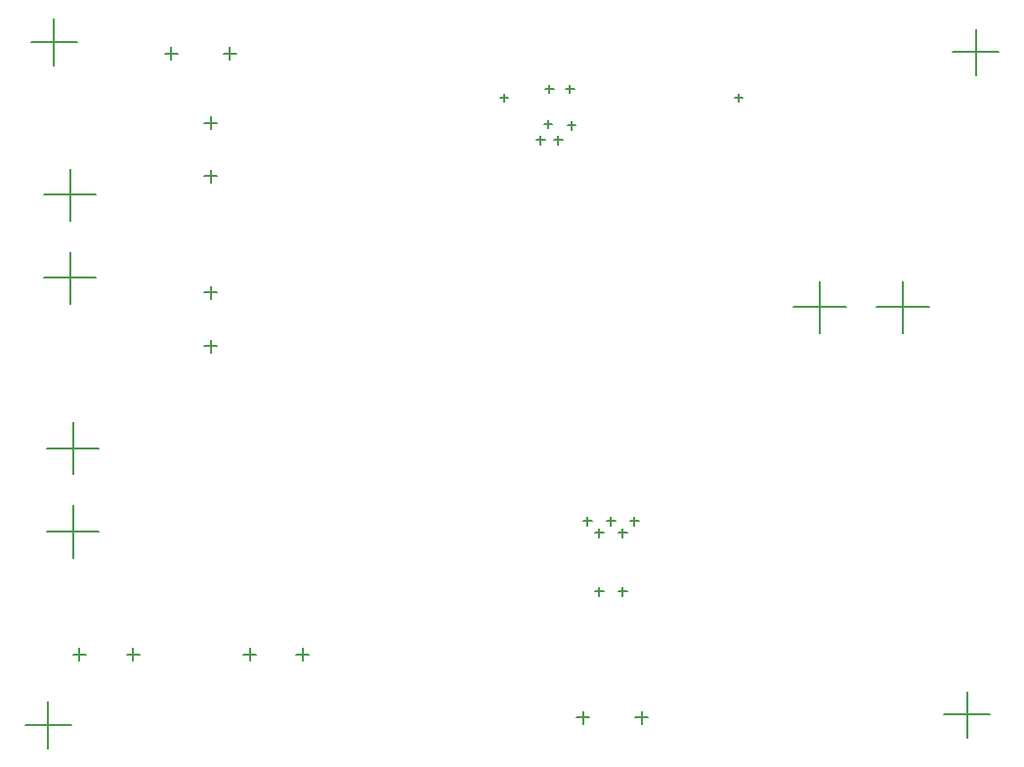
<source format=gbr>
%TF.GenerationSoftware,Altium Limited,Altium Designer,19.1.8 (144)*%
G04 Layer_Color=128*
%FSLAX26Y26*%
%MOIN*%
%TF.FileFunction,Drillmap*%
%TF.Part,Single*%
G01*
G75*
%TA.AperFunction,NonConductor*%
%ADD72C,0.005000*%
D72*
X673346Y1997638D02*
X716654D01*
X695000Y1975984D02*
Y2019291D01*
X673543Y2178740D02*
X716850D01*
X695197Y2157087D02*
Y2200394D01*
X673346Y1600000D02*
X716654D01*
X695000Y1578347D02*
Y1621653D01*
X673543Y1416929D02*
X716850D01*
X695197Y1395276D02*
Y1438583D01*
X805984Y365000D02*
X849291D01*
X827638Y343346D02*
Y386654D01*
X987087Y364803D02*
X1030394D01*
X1008740Y343150D02*
Y386457D01*
X408346Y365000D02*
X451654D01*
X430000Y343346D02*
Y386654D01*
X225276Y364803D02*
X268583D01*
X246929Y343150D02*
Y386457D01*
X136417Y1068465D02*
X313583D01*
X225000Y979882D02*
Y1157047D01*
X136417Y785000D02*
X313583D01*
X225000Y696417D02*
Y873583D01*
X126417Y1933465D02*
X303583D01*
X215000Y1844882D02*
Y2022047D01*
X126417Y1650000D02*
X303583D01*
X215000Y1561417D02*
Y1738583D01*
X2967047Y1550000D02*
X3144213D01*
X3055630Y1461417D02*
Y1638583D01*
X2683583Y1550000D02*
X2860748D01*
X2772165Y1461417D02*
Y1638583D01*
X3226260Y2420000D02*
X3383740D01*
X3305000Y2341260D02*
Y2498740D01*
X3196260Y160000D02*
X3353740D01*
X3275000Y81260D02*
Y238740D01*
X61260Y125000D02*
X218740D01*
X140000Y46260D02*
Y203740D01*
X81260Y2455000D02*
X238740D01*
X160000Y2376260D02*
Y2533740D01*
X1943347Y150000D02*
X1986653D01*
X1965000Y128346D02*
Y171654D01*
X2143347Y150000D02*
X2186653D01*
X2165000Y128346D02*
Y171654D01*
X738346Y2415000D02*
X781654D01*
X760000Y2393347D02*
Y2436653D01*
X538346Y2415000D02*
X581654D01*
X560000Y2393347D02*
Y2436653D01*
X1806000Y2120000D02*
X1834000D01*
X1820000Y2106000D02*
Y2134000D01*
X1866000Y2120000D02*
X1894000D01*
X1880000Y2106000D02*
Y2134000D01*
X2126000Y820000D02*
X2154000D01*
X2140000Y806000D02*
Y834000D01*
X2046000Y820000D02*
X2074000D01*
X2060000Y806000D02*
Y834000D01*
X1966000Y820000D02*
X1994000D01*
X1980000Y806000D02*
Y834000D01*
X2086000Y780000D02*
X2114000D01*
X2100000Y766000D02*
Y794000D01*
X2006000Y780000D02*
X2034000D01*
X2020000Y766000D02*
Y794000D01*
X2086000Y580000D02*
X2114000D01*
X2100000Y566000D02*
Y594000D01*
X2006000Y580000D02*
X2034000D01*
X2020000Y566000D02*
Y594000D01*
X1911000Y2170000D02*
X1939000D01*
X1925000Y2156000D02*
Y2184000D01*
X1831000Y2175000D02*
X1859000D01*
X1845000Y2161000D02*
Y2189000D01*
X1906000Y2295000D02*
X1934000D01*
X1920000Y2281000D02*
Y2309000D01*
X1836000Y2295000D02*
X1864000D01*
X1850000Y2281000D02*
Y2309000D01*
X1681000Y2265000D02*
X1709000D01*
X1695000Y2251000D02*
Y2279000D01*
X2481000Y2265000D02*
X2509000D01*
X2495000Y2251000D02*
Y2279000D01*
%TF.MD5,40b80239e5c0449e6304bc8ef47cd412*%
M02*

</source>
